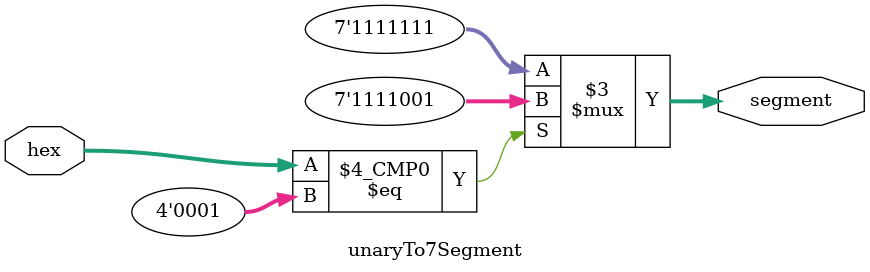
<source format=v>
`timescale 1ns / 1ns


module unaryTo7Segment(
    output reg [6:0] segment,
    input [3:0] hex
    );
    
// 7-segment encoding
//      0
//     ---
//  5 |   | 1
//     --- <--6
//  4 |   | 2
//     ---
//      3

   always @(hex)
      case (hex)
          4'b0001 : segment = 7'b1111001;   // 1
//          4'b0010 : segment = 7'b0100100;   // 2
//          4'b0011 : segment = 7'b0110000;   // 3
//          4'b0100 : segment = 7'b0011001;   // 4
//          4'b0101 : segment = 7'b0010010;   // 5
//          4'b0110 : segment = 7'b0000010;   // 6
//          4'b0111 : segment = 7'b1111000;   // 7
//          4'b1000 : segment = 7'b0000000;   // 8
//          4'b1001 : segment = 7'b0010000;   // 9
//          4'b1010 : segment = 7'b0001000;   // A
//          4'b1011 : segment = 7'b0000011;   // b
//          4'b1100 : segment = 7'b1000110;   // C
//          4'b1101 : segment = 7'b0100001;   // d
//          4'b1110 : segment = 7'b0000110;   // E
//          4'b1111 : segment = 7'b0001110;   // F
          default : segment = 7'b1111111;   // 0
      endcase
   
endmodule

</source>
